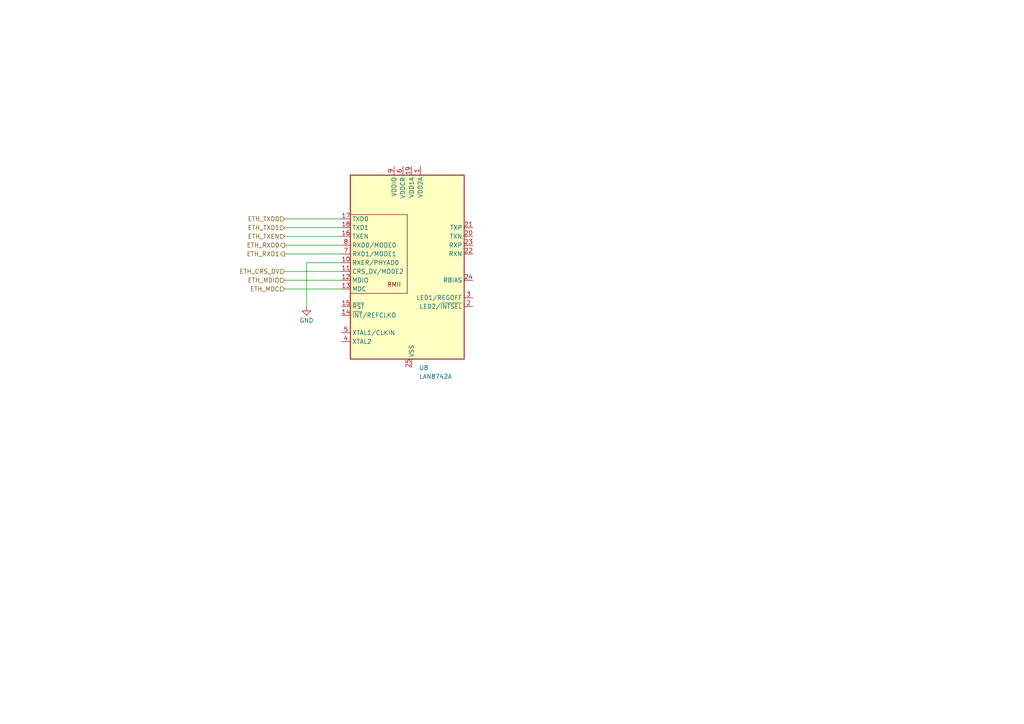
<source format=kicad_sch>
(kicad_sch (version 20250114) (generator "eeschema") (generator_version "9.0")
  (paper "A4")
  (lib_symbols
    (symbol "Interface_Ethernet:LAN8742A"
      (property "Reference" "U" (at -13.97 29.21 0))
      (property "Value" "LAN8742A" (at 15.24 29.21 0))
      (symbol "LAN8742A_0_0"
        (text "RMII" (at -5.08 -3.81 0) (effects (font (size 1.27 1.27))))
      )
      (symbol "LAN8742A_0_1"
        (rectangle (start -17.78 27.94) (end 15.24 -25.4) (stroke (width 0.254)) (fill (type background)))
        (polyline (pts (xy -17.78 -6.35) (xy -1.27 -6.35) (xy -1.27 16.51) (xy -17.78 16.51)))
      )
      (symbol "LAN8742A_1_1"
        (pin input line (at -20.32 15.24 0) (length 2.54) (name "TXD0") (number "17"))
        (pin input line (at -20.32 12.7 0) (length 2.54) (name "TXD1") (number "18"))
        (pin input line (at -20.32 10.16 0) (length 2.54) (name "TXEN") (number "16"))
        (pin bidirectional line (at -20.32 7.62 0) (length 2.54) (name "RXD0/MODE0") (number "8"))
        (pin bidirectional line (at -20.32 5.08 0) (length 2.54) (name "RXD1/MODE1") (number "7"))
        (pin output line (at -20.32 2.54 0) (length 2.54) (name "RXER/PHYAD0") (number "10"))
        (pin bidirectional line (at -20.32 0 0) (length 2.54) (name "CRS_DV/MODE2") (number "11"))
        (pin bidirectional line (at -20.32 -2.54 0) (length 2.54) (name "MDIO") (number "12"))
        (pin input line (at -20.32 -5.08 0) (length 2.54) (name "MDC") (number "13"))
        (pin input line (at -20.32 -10.16 0) (length 2.54) (name "~{RST}") (number "15"))
        (pin output line (at -20.32 -12.7 0) (length 2.54) (name "~{INT}/REFCLKO") (number "14"))
        (pin input line (at -20.32 -17.78 0) (length 2.54) (name "XTAL1/CLKIN") (number "5"))
        (pin output line (at -20.32 -20.32 0) (length 2.54) (name "XTAL2") (number "4"))
        (pin power_in line (at -5.08 30.48 270) (length 2.54) (name "VDDIO") (number "9"))
        (pin power_in line (at -2.54 30.48 270) (length 2.54) (name "VDDCR") (number "6"))
        (pin power_in line (at 0 30.48 270) (length 2.54) (name "VDD1A") (number "19"))
        (pin power_in line (at 0 -27.94 90) (length 2.54) (name "VSS") (number "25"))
        (pin power_in line (at 2.54 30.48 270) (length 2.54) (name "VDD2A") (number "1"))
        (pin passive line (at 17.78 12.7 180) (length 2.54) (name "TXP") (number "21"))
        (pin passive line (at 17.78 10.16 180) (length 2.54) (name "TXN") (number "20"))
        (pin passive line (at 17.78 7.62 180) (length 2.54) (name "RXP") (number "23"))
        (pin passive line (at 17.78 5.08 180) (length 2.54) (name "RXN") (number "22"))
        (pin passive line (at 17.78 -2.54 180) (length 2.54) (name "RBIAS") (number "24"))
        (pin bidirectional line (at 17.78 -7.62 180) (length 2.54) (name "LED1/REGOFF") (number "3"))
        (pin bidirectional line (at 17.78 -10.16 180) (length 2.54) (name "LED2/~{INTSEL}") (number "2"))
      )
    )
    (symbol "power:GND" (power) (pin_numbers (hide yes)) (pin_names (offset 0) (hide yes))
      (property "Value" "GND" (at 0 -3.81 0))
      (symbol "GND_0_1"
        (polyline (pts (xy 0 0) (xy 0 -1.27) (xy 1.27 -1.27) (xy 0 -2.54) (xy -1.27 -1.27) (xy 0 -1.27)))
      )
      (symbol "GND_1_1"
        (pin power_in line (at 0 0 270) (length 0) (name "~") (number "1"))
      )
    )
  )
  (wire (pts (xy 82.55 66.04) (xy 99.06 66.04)))
  (wire (pts (xy 88.9 88.9) (xy 88.9 76.2)))
  (wire (pts (xy 82.55 71.12) (xy 99.06 71.12)))
  (wire (pts (xy 82.55 68.58) (xy 99.06 68.58)))
  (wire (pts (xy 82.55 83.82) (xy 99.06 83.82)))
  (wire (pts (xy 88.9 76.2) (xy 99.06 76.2)))
  (wire (pts (xy 82.55 63.5) (xy 99.06 63.5)))
  (wire (pts (xy 82.55 73.66) (xy 99.06 73.66)))
  (wire (pts (xy 82.55 81.28) (xy 99.06 81.28)))
  (wire (pts (xy 82.55 78.74) (xy 99.06 78.74)))
  (hierarchical_label "ETH_TXD0" (shape input) (at 82.55 63.5 180))
  (hierarchical_label "ETH_CRS_DV" (shape input) (at 82.55 78.74 180))
  (hierarchical_label "ETH_TXEN" (shape input) (at 82.55 68.58 180))
  (hierarchical_label "ETH_TXD1" (shape input) (at 82.55 66.04 180))
  (hierarchical_label "ETH_MDIO" (shape input) (at 82.55 81.28 180))
  (hierarchical_label "ETH_RXD0" (shape output) (at 82.55 71.12 180))
  (hierarchical_label "ETH_RXD1" (shape output) (at 82.55 73.66 180))
  (hierarchical_label "ETH_MDC" (shape input) (at 82.55 83.82 180))
  (symbol (lib_id "Interface_Ethernet:LAN8742A") (at 119.38 78.74 0) (unit 1)
    (property "Reference" "U8" (at 121.5233 106.68 0) (effects (justify left)))
    (property "Value" "LAN8742A" (at 121.5233 109.22 0) (effects (justify left)))
    (property "Footprint" "Package_DFN_QFN:VQFN-24-1EP_4x4mm_P0.5mm_EP2.5x2.5mm_ThermalVias" (effects (hide yes)))
    (property "Datasheet" "http://ww1.microchip.com/downloads/en/DeviceDoc/8742a.pdf" (effects (hide yes)))
    (property "Description" "LAN8720 Ethernet PHY with RMII interface, QFN-24" (effects (hide yes)))
  )
  (symbol (lib_id "power:GND") (at 88.9 88.9 0) (unit 1)
    (property "Reference" "#PWR047" (effects (hide yes)))
    (property "Value" "GND" (at 88.9 92.964 0))
    (property "Description" "Power symbol creates a global label with name \"GND\" , ground" (effects (hide yes)))
  )
)
</source>
